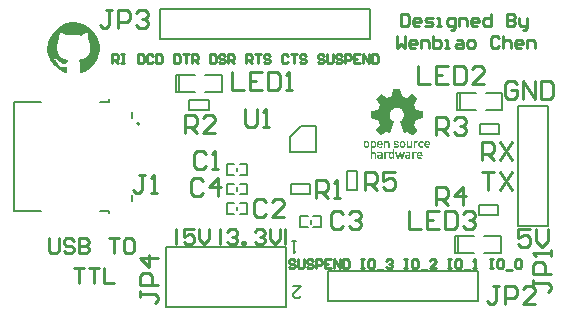
<source format=gto>
G04*
G04 #@! TF.GenerationSoftware,Altium Limited,Altium Designer,21.0.8 (223)*
G04*
G04 Layer_Color=65535*
%FSLAX42Y42*%
%MOMM*%
G71*
G04*
G04 #@! TF.SameCoordinates,3342F10C-20B5-45E4-B721-DC8BC5ABD3D0*
G04*
G04*
G04 #@! TF.FilePolarity,Positive*
G04*
G01*
G75*
%ADD10C,0.20*%
%ADD11C,0.20*%
%ADD12C,0.15*%
%ADD13C,0.13*%
%ADD14C,0.25*%
G36*
X119Y2467D02*
X122D01*
X126Y2466D01*
X131Y2466D01*
X137Y2465D01*
X149Y2462D01*
X163Y2459D01*
X179Y2453D01*
X195Y2447D01*
X204Y2442D01*
X213Y2438D01*
X221Y2432D01*
X230Y2426D01*
X239Y2420D01*
X247Y2413D01*
X256Y2405D01*
X265Y2397D01*
X274Y2388D01*
X282Y2378D01*
X289Y2367D01*
X297Y2356D01*
X305Y2343D01*
X311Y2330D01*
X318Y2316D01*
X324Y2300D01*
Y2300D01*
X324Y2299D01*
Y2298D01*
X325Y2296D01*
X326Y2291D01*
X328Y2284D01*
X329Y2275D01*
X330Y2267D01*
X330Y2257D01*
X331Y2248D01*
Y2241D01*
Y2240D01*
Y2239D01*
Y2237D01*
X330Y2234D01*
Y2231D01*
X330Y2227D01*
X329Y2222D01*
X329Y2218D01*
X326Y2205D01*
X323Y2192D01*
X318Y2177D01*
X311Y2161D01*
X303Y2144D01*
X298Y2135D01*
X293Y2126D01*
X287Y2118D01*
X280Y2109D01*
X273Y2101D01*
X265Y2092D01*
X257Y2084D01*
X247Y2076D01*
X238Y2067D01*
X227Y2060D01*
X215Y2053D01*
X203Y2046D01*
X190Y2039D01*
X175Y2033D01*
X168D01*
X164Y2041D01*
Y2107D01*
Y2108D01*
X163Y2109D01*
Y2111D01*
X163Y2113D01*
X162Y2118D01*
X161Y2125D01*
X159Y2132D01*
X158Y2138D01*
X157Y2144D01*
X157Y2147D01*
Y2148D01*
X158D01*
X161Y2149D01*
X165Y2150D01*
X171Y2151D01*
X178Y2154D01*
X185Y2156D01*
X193Y2160D01*
X202Y2163D01*
X210Y2168D01*
X217Y2174D01*
X225Y2180D01*
X232Y2187D01*
X238Y2196D01*
X242Y2205D01*
X245Y2215D01*
X246Y2226D01*
X246Y2227D01*
X247Y2227D01*
X248Y2229D01*
X249Y2232D01*
X249Y2236D01*
X250Y2241D01*
Y2248D01*
Y2263D01*
Y2264D01*
X249Y2267D01*
X247Y2270D01*
X246Y2275D01*
X245Y2280D01*
X243Y2287D01*
X240Y2294D01*
X239Y2303D01*
X234Y2320D01*
X231Y2339D01*
X228Y2357D01*
X227Y2366D01*
Y2375D01*
X217D01*
X215Y2374D01*
X209Y2374D01*
X203Y2372D01*
X195Y2369D01*
X186Y2365D01*
X177Y2360D01*
X168Y2352D01*
X167D01*
X166Y2353D01*
X164D01*
X162Y2353D01*
X158Y2354D01*
X155Y2354D01*
X146Y2356D01*
X136Y2358D01*
X125Y2359D01*
X115Y2359D01*
X104Y2360D01*
X102D01*
X98Y2359D01*
X92Y2359D01*
X84Y2358D01*
X80Y2357D01*
X75Y2357D01*
X69Y2356D01*
X63Y2355D01*
X56Y2353D01*
X49Y2352D01*
X48Y2353D01*
X45Y2356D01*
X40Y2359D01*
X34Y2364D01*
X26Y2368D01*
X17Y2371D01*
X7Y2374D01*
X-3Y2375D01*
X-11D01*
Y2374D01*
Y2372D01*
Y2370D01*
X-11Y2367D01*
Y2363D01*
X-12Y2357D01*
X-12Y2351D01*
X-13Y2345D01*
X-14Y2337D01*
X-16Y2328D01*
X-18Y2319D01*
X-20Y2309D01*
X-23Y2299D01*
X-25Y2287D01*
X-29Y2276D01*
X-33Y2263D01*
Y2248D01*
Y2248D01*
Y2245D01*
X-32Y2242D01*
X-32Y2237D01*
X-31Y2232D01*
X-30Y2226D01*
X-28Y2219D01*
X-26Y2211D01*
X-23Y2204D01*
X-19Y2196D01*
X-15Y2189D01*
X-10Y2181D01*
X-3Y2174D01*
X4Y2167D01*
X13Y2161D01*
X23Y2155D01*
X24D01*
X26Y2155D01*
X30Y2154D01*
X35Y2153D01*
X42Y2151D01*
X47Y2149D01*
X52Y2148D01*
X58Y2147D01*
X64Y2144D01*
Y2144D01*
X63Y2143D01*
X62Y2141D01*
X62Y2139D01*
X59Y2134D01*
X56Y2128D01*
X52Y2121D01*
X46Y2117D01*
X42Y2114D01*
X38Y2113D01*
X35Y2112D01*
X30Y2111D01*
X29D01*
X28Y2112D01*
X25D01*
X20Y2113D01*
X12Y2117D01*
X8Y2119D01*
X3Y2122D01*
X-2Y2125D01*
X-8Y2130D01*
X-13Y2135D01*
X-20Y2141D01*
X-26Y2148D01*
X-33Y2155D01*
X-52Y2159D01*
X-55Y2152D01*
Y2148D01*
X-54D01*
X-52Y2148D01*
X-49Y2145D01*
X-47Y2144D01*
X-44Y2142D01*
X-42Y2139D01*
X-38Y2136D01*
X-35Y2131D01*
X-31Y2126D01*
X-26Y2120D01*
X-22Y2113D01*
X-16Y2106D01*
X-11Y2096D01*
X-10Y2096D01*
X-7Y2094D01*
X-3Y2091D01*
X3Y2089D01*
X10Y2086D01*
X17Y2083D01*
X25Y2082D01*
X34Y2081D01*
X35D01*
X35Y2082D01*
X38Y2083D01*
X43Y2084D01*
X49Y2085D01*
X53Y2077D01*
Y2041D01*
Y2040D01*
Y2040D01*
X52Y2037D01*
X50Y2035D01*
X48Y2034D01*
X46Y2034D01*
X42Y2033D01*
X41D01*
X40Y2034D01*
X38Y2035D01*
X35Y2036D01*
X31Y2038D01*
X28Y2040D01*
X23Y2042D01*
X17Y2045D01*
X6Y2052D01*
X-7Y2060D01*
X-22Y2071D01*
X-36Y2083D01*
X-51Y2096D01*
X-65Y2112D01*
X-78Y2129D01*
X-90Y2147D01*
X-95Y2157D01*
X-100Y2168D01*
X-104Y2179D01*
X-108Y2190D01*
X-110Y2202D01*
X-113Y2215D01*
X-114Y2228D01*
X-114Y2241D01*
Y2248D01*
Y2249D01*
Y2250D01*
Y2252D01*
X-114Y2255D01*
Y2258D01*
X-113Y2262D01*
X-113Y2267D01*
X-112Y2273D01*
X-109Y2285D01*
X-106Y2299D01*
X-100Y2315D01*
X-94Y2331D01*
X-89Y2340D01*
X-85Y2348D01*
X-79Y2357D01*
X-73Y2366D01*
X-67Y2375D01*
X-60Y2384D01*
X-52Y2393D01*
X-44Y2401D01*
X-35Y2410D01*
X-25Y2418D01*
X-14Y2426D01*
X-2Y2433D01*
X10Y2441D01*
X23Y2447D01*
X37Y2454D01*
X53Y2460D01*
X53D01*
X54Y2460D01*
X55D01*
X58Y2461D01*
X62Y2462D01*
X70Y2464D01*
X78Y2465D01*
X86Y2466D01*
X95Y2467D01*
X104Y2467D01*
X116D01*
X119Y2467D01*
D02*
G37*
G36*
X2875Y1897D02*
Y1896D01*
X2886Y1841D01*
Y1840D01*
X2887Y1838D01*
X2888Y1837D01*
X2925Y1822D01*
X2929D01*
X2976Y1855D01*
X2977D01*
X2979Y1854D01*
X3019Y1816D01*
Y1814D01*
Y1813D01*
Y1812D01*
Y1811D01*
X2987Y1765D01*
Y1763D01*
Y1762D01*
Y1761D01*
X3004Y1723D01*
Y1722D01*
X3005Y1721D01*
X3007D01*
X3060Y1711D01*
X3062D01*
X3063Y1710D01*
Y1709D01*
Y1653D01*
Y1652D01*
X3062Y1651D01*
X3060D01*
X3008Y1640D01*
X3007D01*
X3006Y1639D01*
X3005Y1638D01*
X2989Y1596D01*
Y1595D01*
Y1594D01*
Y1593D01*
Y1592D01*
X3019Y1549D01*
Y1547D01*
Y1546D01*
X2979Y1507D01*
X2978Y1506D01*
X2977D01*
X2976Y1507D01*
X2933Y1535D01*
X2929D01*
X2911Y1525D01*
X2909D01*
X2908Y1526D01*
X2869Y1620D01*
Y1621D01*
X2870Y1625D01*
X2875Y1627D01*
X2876Y1628D01*
X2877Y1629D01*
X2879Y1630D01*
X2882Y1632D01*
X2886Y1637D01*
X2892Y1642D01*
X2897Y1649D01*
X2901Y1657D01*
X2905Y1667D01*
X2906Y1679D01*
Y1680D01*
Y1683D01*
X2905Y1688D01*
X2904Y1694D01*
X2901Y1701D01*
X2898Y1709D01*
X2894Y1716D01*
X2888Y1723D01*
X2887Y1724D01*
X2885Y1726D01*
X2882Y1728D01*
X2876Y1733D01*
X2870Y1736D01*
X2862Y1738D01*
X2855Y1740D01*
X2845Y1741D01*
X2840D01*
X2836Y1740D01*
X2829Y1739D01*
X2823Y1737D01*
X2815Y1734D01*
X2809Y1729D01*
X2801Y1723D01*
X2800Y1722D01*
X2799Y1719D01*
X2796Y1716D01*
X2792Y1711D01*
X2789Y1704D01*
X2787Y1697D01*
X2785Y1689D01*
X2784Y1679D01*
Y1678D01*
Y1674D01*
X2785Y1668D01*
X2787Y1661D01*
X2790Y1653D01*
X2796Y1644D01*
X2802Y1637D01*
X2812Y1629D01*
Y1628D01*
X2813Y1627D01*
X2814D01*
X2820Y1625D01*
X2821Y1623D01*
Y1620D01*
X2783Y1526D01*
X2781D01*
X2778Y1525D01*
X2760Y1535D01*
X2756D01*
X2714Y1507D01*
X2713Y1506D01*
X2712D01*
X2711Y1507D01*
X2670Y1546D01*
Y1547D01*
Y1548D01*
Y1549D01*
X2701Y1592D01*
Y1593D01*
Y1594D01*
Y1595D01*
Y1596D01*
X2683Y1638D01*
Y1639D01*
X2681Y1640D01*
X2630Y1651D01*
X2629D01*
X2628Y1652D01*
X2627Y1653D01*
Y1709D01*
Y1710D01*
X2628Y1711D01*
X2630D01*
X2682Y1721D01*
X2683D01*
X2687Y1723D01*
X2702Y1761D01*
Y1762D01*
Y1763D01*
Y1764D01*
Y1765D01*
X2670Y1811D01*
Y1812D01*
Y1813D01*
Y1814D01*
Y1816D01*
X2711Y1854D01*
X2712Y1855D01*
X2714D01*
X2760Y1822D01*
X2764D01*
X2801Y1837D01*
X2802D01*
X2803Y1838D01*
Y1841D01*
X2814Y1896D01*
Y1897D01*
X2815Y1898D01*
X2874D01*
X2875Y1897D01*
D02*
G37*
G36*
X3024Y1459D02*
X3028Y1457D01*
X3019Y1446D01*
X3018Y1447D01*
X3017Y1448D01*
X3015Y1449D01*
X3013Y1450D01*
X3011D01*
X3007Y1449D01*
X3003Y1444D01*
X3002Y1441D01*
X3001Y1437D01*
Y1402D01*
X2989D01*
Y1461D01*
X3001D01*
Y1454D01*
X3002Y1455D01*
X3004Y1458D01*
X3010Y1460D01*
X3016Y1461D01*
X3019D01*
X3024Y1459D01*
D02*
G37*
G36*
X2773D02*
X2776Y1455D01*
X2779Y1452D01*
X2781Y1447D01*
X2783Y1440D01*
Y1402D01*
X2771D01*
Y1437D01*
Y1438D01*
Y1439D01*
X2769Y1443D01*
X2765Y1448D01*
X2763Y1450D01*
X2756D01*
X2753Y1449D01*
X2749Y1444D01*
X2748Y1441D01*
X2747Y1437D01*
Y1402D01*
X2735D01*
Y1461D01*
X2747D01*
Y1454D01*
X2748Y1455D01*
X2751Y1458D01*
X2755Y1460D01*
X2763Y1461D01*
X2766D01*
X2773Y1459D01*
D02*
G37*
G36*
X2655Y1460D02*
X2660Y1459D01*
X2666Y1454D01*
X2667Y1453D01*
X2668Y1449D01*
X2669Y1442D01*
Y1431D01*
Y1430D01*
Y1429D01*
Y1423D01*
X2668Y1415D01*
X2666Y1408D01*
X2665Y1407D01*
X2660Y1405D01*
X2655Y1402D01*
X2649Y1401D01*
X2648D01*
X2645Y1402D01*
X2640Y1404D01*
X2633Y1407D01*
Y1362D01*
X2634Y1363D01*
X2637Y1365D01*
X2642Y1367D01*
X2649Y1368D01*
X2653D01*
X2659Y1366D01*
X2663Y1364D01*
X2666Y1359D01*
X2668Y1355D01*
X2669Y1348D01*
Y1310D01*
X2657D01*
Y1344D01*
Y1345D01*
Y1346D01*
X2656Y1351D01*
X2652Y1355D01*
X2649Y1357D01*
X2643D01*
X2640Y1356D01*
X2635Y1352D01*
X2634Y1348D01*
X2633Y1344D01*
Y1310D01*
X2623D01*
Y1461D01*
X2633D01*
Y1454D01*
X2634Y1455D01*
X2639Y1458D01*
X2643Y1460D01*
X2649Y1461D01*
X2651D01*
X2655Y1460D01*
D02*
G37*
G36*
X2848D02*
X2855Y1458D01*
X2862Y1452D01*
X2856Y1444D01*
X2853Y1446D01*
X2849Y1448D01*
X2844Y1449D01*
X2839Y1450D01*
X2837D01*
X2834Y1449D01*
X2831Y1448D01*
X2828Y1443D01*
Y1442D01*
X2829Y1441D01*
X2832Y1439D01*
X2837Y1438D01*
X2847Y1437D01*
X2850D01*
X2856Y1434D01*
X2862Y1428D01*
X2863Y1425D01*
X2864Y1419D01*
Y1418D01*
Y1416D01*
X2863Y1414D01*
X2861Y1411D01*
X2858Y1406D01*
X2853Y1404D01*
X2848Y1402D01*
X2839Y1401D01*
X2837D01*
X2831Y1402D01*
X2823Y1405D01*
X2814Y1412D01*
X2822Y1419D01*
X2823Y1418D01*
X2827Y1416D01*
X2834Y1413D01*
X2840Y1412D01*
X2843D01*
X2847Y1413D01*
X2850Y1415D01*
X2852Y1417D01*
Y1419D01*
Y1420D01*
X2851Y1422D01*
X2849Y1424D01*
X2845Y1426D01*
X2833D01*
X2832Y1427D01*
X2826Y1429D01*
X2821Y1435D01*
X2820Y1438D01*
X2819Y1443D01*
Y1444D01*
Y1447D01*
X2821Y1452D01*
X2824Y1455D01*
X2827Y1459D01*
X2833Y1460D01*
X2839Y1461D01*
X2841D01*
X2848Y1460D01*
D02*
G37*
G36*
X3061D02*
X3067Y1457D01*
X3074Y1451D01*
X3065Y1443D01*
X3064Y1444D01*
X3062Y1447D01*
X3059Y1449D01*
X3053Y1450D01*
X3051D01*
X3047Y1448D01*
X3043Y1446D01*
X3041Y1442D01*
X3040Y1438D01*
X3039Y1431D01*
Y1430D01*
Y1428D01*
X3041Y1423D01*
X3046Y1416D01*
X3049Y1414D01*
X3053Y1413D01*
X3054D01*
X3058Y1414D01*
X3061Y1416D01*
X3065Y1419D01*
X3074Y1412D01*
X3073Y1410D01*
X3068Y1406D01*
X3062Y1403D01*
X3053Y1401D01*
X3049D01*
X3044Y1403D01*
X3040Y1405D01*
X3036Y1408D01*
X3031Y1414D01*
X3028Y1422D01*
X3027Y1431D01*
Y1432D01*
Y1436D01*
X3028Y1441D01*
X3030Y1447D01*
X3034Y1451D01*
X3038Y1457D01*
X3044Y1460D01*
X3053Y1461D01*
X3055D01*
X3061Y1460D01*
D02*
G37*
G36*
X2976Y1402D02*
X2964D01*
Y1407D01*
X2963Y1406D01*
X2959Y1404D01*
X2955Y1402D01*
X2949Y1401D01*
X2946D01*
X2940Y1403D01*
X2935Y1405D01*
X2932Y1410D01*
X2930Y1414D01*
X2929Y1420D01*
Y1461D01*
X2941D01*
Y1426D01*
Y1424D01*
X2942Y1419D01*
X2946Y1415D01*
X2948Y1414D01*
X2953Y1413D01*
X2955D01*
X2958Y1415D01*
X2961Y1418D01*
X2964Y1422D01*
Y1426D01*
Y1461D01*
X2976D01*
Y1402D01*
D02*
G37*
G36*
X3109Y1460D02*
X3114Y1458D01*
X3119Y1455D01*
X3122Y1451D01*
X3125Y1444D01*
X3126Y1437D01*
Y1426D01*
X3089D01*
Y1425D01*
Y1424D01*
X3091Y1419D01*
X3096Y1414D01*
X3099Y1413D01*
X3103Y1412D01*
X3104D01*
X3108Y1413D01*
X3112Y1415D01*
X3115Y1418D01*
X3124Y1411D01*
X3123Y1410D01*
X3119Y1406D01*
X3112Y1402D01*
X3103Y1401D01*
X3099D01*
X3095Y1403D01*
X3090Y1405D01*
X3086Y1408D01*
X3082Y1414D01*
X3078Y1422D01*
X3077Y1431D01*
Y1432D01*
Y1436D01*
X3078Y1441D01*
X3080Y1447D01*
X3083Y1451D01*
X3087Y1457D01*
X3094Y1460D01*
X3101Y1461D01*
X3106D01*
X3109Y1460D01*
D02*
G37*
G36*
X2901D02*
X2907Y1459D01*
X2912Y1454D01*
X2913Y1453D01*
X2916Y1449D01*
X2918Y1442D01*
X2919Y1431D01*
Y1430D01*
Y1429D01*
X2918Y1423D01*
X2917Y1415D01*
X2912Y1408D01*
X2911Y1407D01*
X2908Y1405D01*
X2903Y1402D01*
X2895Y1401D01*
X2893D01*
X2888Y1402D01*
X2883Y1404D01*
X2876Y1408D01*
X2875Y1410D01*
X2874Y1414D01*
X2872Y1422D01*
X2871Y1431D01*
Y1432D01*
Y1434D01*
X2872Y1440D01*
X2873Y1448D01*
X2876Y1454D01*
X2877Y1455D01*
X2881Y1458D01*
X2887Y1460D01*
X2895Y1461D01*
X2897D01*
X2901Y1460D01*
D02*
G37*
G36*
X2708D02*
X2714Y1458D01*
X2718Y1455D01*
X2721Y1451D01*
X2725Y1444D01*
X2726Y1437D01*
Y1426D01*
X2689D01*
Y1425D01*
Y1424D01*
X2691Y1419D01*
X2694Y1414D01*
X2697Y1413D01*
X2702Y1412D01*
X2703D01*
X2707Y1413D01*
X2711Y1415D01*
X2715Y1418D01*
X2725Y1411D01*
X2723Y1410D01*
X2718Y1406D01*
X2712Y1402D01*
X2703Y1401D01*
X2699D01*
X2694Y1403D01*
X2690Y1405D01*
X2685Y1408D01*
X2681Y1414D01*
X2678Y1422D01*
X2677Y1431D01*
Y1432D01*
Y1436D01*
X2678Y1441D01*
X2680Y1447D01*
X2682Y1451D01*
X2687Y1457D01*
X2693Y1460D01*
X2701Y1461D01*
X2705D01*
X2708Y1460D01*
D02*
G37*
G36*
X2596D02*
X2601Y1459D01*
X2606Y1454D01*
X2607Y1453D01*
X2609Y1449D01*
X2611Y1442D01*
X2612Y1431D01*
Y1430D01*
Y1429D01*
X2611Y1423D01*
X2610Y1415D01*
X2606Y1408D01*
X2605Y1407D01*
X2601Y1405D01*
X2596Y1402D01*
X2588Y1401D01*
X2586D01*
X2582Y1402D01*
X2576Y1404D01*
X2570Y1408D01*
X2569Y1410D01*
X2568Y1415D01*
X2566Y1422D01*
X2565Y1431D01*
Y1432D01*
Y1434D01*
X2566Y1440D01*
X2568Y1447D01*
X2570Y1454D01*
X2571Y1455D01*
X2574Y1458D01*
X2581Y1460D01*
X2588Y1461D01*
X2590D01*
X2596Y1460D01*
D02*
G37*
G36*
X3010Y1366D02*
X3014Y1364D01*
X3004Y1354D01*
Y1355D01*
X3002Y1356D01*
X3000Y1357D01*
X2994D01*
X2991Y1356D01*
X2988Y1352D01*
X2986Y1348D01*
Y1344D01*
Y1310D01*
X2974D01*
Y1368D01*
X2986D01*
Y1362D01*
X2987Y1363D01*
X2990Y1365D01*
X2994Y1367D01*
X3002Y1368D01*
X3005D01*
X3010Y1366D01*
D02*
G37*
G36*
X2824Y1310D02*
X2812D01*
Y1315D01*
X2811Y1314D01*
X2808Y1311D01*
X2803Y1309D01*
X2797Y1308D01*
X2796D01*
X2791Y1309D01*
X2786Y1311D01*
X2781Y1317D01*
X2780Y1318D01*
X2779Y1321D01*
X2778Y1323D01*
Y1328D01*
X2777Y1332D01*
Y1339D01*
Y1340D01*
Y1342D01*
X2778Y1348D01*
X2779Y1356D01*
X2780Y1359D01*
X2781Y1362D01*
X2783Y1363D01*
X2785Y1365D01*
X2790Y1367D01*
X2797Y1368D01*
X2798D01*
X2802Y1367D01*
X2807Y1366D01*
X2812Y1362D01*
Y1392D01*
X2824D01*
Y1310D01*
D02*
G37*
G36*
X2773Y1366D02*
X2777Y1364D01*
X2768Y1354D01*
X2767Y1355D01*
X2766Y1356D01*
X2763Y1357D01*
X2759D01*
X2755Y1356D01*
X2751Y1352D01*
X2750Y1348D01*
Y1344D01*
Y1310D01*
X2738D01*
Y1368D01*
X2750D01*
Y1362D01*
X2751Y1363D01*
X2753Y1365D01*
X2757Y1367D01*
X2764Y1368D01*
X2768D01*
X2773Y1366D01*
D02*
G37*
G36*
X2895Y1310D02*
X2884D01*
X2871Y1351D01*
X2859Y1310D01*
X2849D01*
X2831Y1368D01*
X2843D01*
X2853Y1327D01*
X2868Y1368D01*
X2876D01*
X2889Y1327D01*
X2900Y1368D01*
X2913D01*
X2895Y1310D01*
D02*
G37*
G36*
X2949Y1366D02*
X2953Y1364D01*
X2957Y1360D01*
X2959Y1356D01*
X2960Y1350D01*
Y1310D01*
X2949D01*
Y1315D01*
X2948Y1314D01*
X2946Y1311D01*
X2941Y1309D01*
X2934Y1308D01*
X2931D01*
X2924Y1310D01*
X2920Y1312D01*
X2917Y1316D01*
X2915Y1320D01*
X2913Y1327D01*
Y1328D01*
Y1330D01*
X2916Y1335D01*
X2918Y1339D01*
X2922Y1342D01*
X2927Y1343D01*
X2933Y1344D01*
X2949D01*
Y1350D01*
Y1351D01*
X2948Y1354D01*
X2944Y1356D01*
X2942Y1357D01*
X2933D01*
X2929Y1356D01*
X2927Y1354D01*
X2918Y1360D01*
X2919Y1362D01*
X2922Y1365D01*
X2928Y1367D01*
X2937Y1368D01*
X2941D01*
X2949Y1366D01*
D02*
G37*
G36*
X2707Y1367D02*
X2713Y1366D01*
X2717Y1364D01*
X2720Y1360D01*
X2724Y1356D01*
X2725Y1350D01*
Y1310D01*
X2713D01*
Y1315D01*
X2712Y1314D01*
X2709Y1311D01*
X2705Y1309D01*
X2699Y1308D01*
X2695D01*
X2688Y1310D01*
X2683Y1312D01*
X2680Y1316D01*
X2678Y1320D01*
X2677Y1327D01*
Y1328D01*
Y1330D01*
X2679Y1335D01*
X2681Y1339D01*
X2685Y1342D01*
X2690Y1343D01*
X2696Y1344D01*
X2713D01*
Y1350D01*
Y1351D01*
X2712Y1354D01*
X2707Y1356D01*
X2705Y1357D01*
X2696D01*
X2692Y1356D01*
X2689Y1354D01*
X2680Y1360D01*
X2681Y1362D01*
X2685Y1365D01*
X2691Y1367D01*
X2700Y1368D01*
X2704D01*
X2707Y1367D01*
D02*
G37*
G36*
X3046D02*
X3051Y1365D01*
X3055Y1363D01*
X3059Y1358D01*
X3062Y1352D01*
X3063Y1344D01*
Y1333D01*
X3026D01*
Y1332D01*
Y1331D01*
X3028Y1327D01*
X3031Y1321D01*
X3035Y1320D01*
X3039Y1319D01*
X3040D01*
X3044Y1320D01*
X3048Y1322D01*
X3052Y1326D01*
X3061Y1318D01*
X3060Y1317D01*
X3055Y1314D01*
X3049Y1309D01*
X3040Y1308D01*
X3036D01*
X3031Y1310D01*
X3027Y1312D01*
X3023Y1316D01*
X3018Y1321D01*
X3015Y1329D01*
X3014Y1339D01*
Y1340D01*
Y1343D01*
X3015Y1348D01*
X3017Y1354D01*
X3019Y1358D01*
X3024Y1364D01*
X3030Y1367D01*
X3038Y1368D01*
X3042D01*
X3046Y1367D01*
D02*
G37*
%LPC*%
G36*
X2645Y1450D02*
X2643D01*
X2640Y1448D01*
X2637Y1446D01*
X2635Y1442D01*
X2634Y1438D01*
X2633Y1431D01*
Y1430D01*
Y1428D01*
X2634Y1423D01*
X2639Y1416D01*
X2641Y1414D01*
X2645Y1413D01*
X2647D01*
X2652Y1415D01*
X2654Y1417D01*
X2655Y1420D01*
X2657Y1425D01*
Y1431D01*
Y1432D01*
Y1435D01*
X2656Y1441D01*
X2652Y1447D01*
X2649Y1449D01*
X2645Y1450D01*
D02*
G37*
G36*
X3104D02*
X3099D01*
X3096Y1449D01*
X3091Y1444D01*
X3090Y1441D01*
X3089Y1437D01*
X3114D01*
Y1438D01*
Y1439D01*
X3112Y1443D01*
X3108Y1448D01*
X3104Y1450D01*
D02*
G37*
G36*
X2895D02*
X2894D01*
X2892Y1449D01*
X2888Y1448D01*
X2886Y1444D01*
X2885Y1442D01*
X2884Y1438D01*
X2883Y1431D01*
Y1429D01*
Y1426D01*
X2884Y1420D01*
X2886Y1417D01*
Y1416D01*
X2887Y1415D01*
X2891Y1414D01*
X2895Y1413D01*
X2896D01*
X2898Y1414D01*
X2901Y1415D01*
X2904Y1417D01*
X2905Y1418D01*
X2906Y1420D01*
X2907Y1425D01*
Y1431D01*
Y1434D01*
Y1437D01*
X2906Y1441D01*
X2904Y1444D01*
Y1446D01*
X2901Y1448D01*
X2899Y1449D01*
X2895Y1450D01*
D02*
G37*
G36*
X2704D02*
X2699D01*
X2695Y1449D01*
X2691Y1444D01*
X2690Y1441D01*
X2689Y1437D01*
X2714D01*
Y1438D01*
Y1439D01*
X2712Y1443D01*
X2707Y1448D01*
X2704Y1450D01*
D02*
G37*
G36*
X2588D02*
X2587D01*
X2585Y1449D01*
X2582Y1448D01*
X2580Y1444D01*
X2578Y1443D01*
X2577Y1441D01*
X2576Y1437D01*
X2575Y1431D01*
Y1430D01*
X2576Y1426D01*
X2577Y1422D01*
X2580Y1417D01*
Y1416D01*
X2581Y1415D01*
X2584Y1414D01*
X2588Y1413D01*
X2589D01*
X2593Y1414D01*
X2596Y1415D01*
X2598Y1417D01*
Y1418D01*
X2599Y1420D01*
X2600Y1425D01*
Y1431D01*
Y1434D01*
Y1437D01*
X2599Y1441D01*
X2598Y1444D01*
X2597Y1446D01*
X2596Y1448D01*
X2593Y1449D01*
X2588Y1450D01*
D02*
G37*
G36*
X2801Y1357D02*
X2799D01*
X2796Y1355D01*
X2793Y1353D01*
X2791Y1350D01*
X2790Y1345D01*
X2789Y1339D01*
Y1338D01*
Y1335D01*
X2790Y1330D01*
X2795Y1323D01*
X2797Y1321D01*
X2801Y1320D01*
X2803D01*
X2807Y1322D01*
X2809Y1324D01*
X2810Y1328D01*
X2812Y1332D01*
Y1339D01*
Y1340D01*
Y1342D01*
X2811Y1348D01*
X2808Y1354D01*
X2804Y1356D01*
X2801Y1357D01*
D02*
G37*
G36*
X2949Y1333D02*
X2934D01*
X2931Y1332D01*
X2927Y1331D01*
X2925Y1327D01*
Y1326D01*
X2927Y1323D01*
X2930Y1320D01*
X2935Y1319D01*
X2937D01*
X2943Y1320D01*
X2947Y1323D01*
X2948Y1327D01*
X2949Y1330D01*
Y1333D01*
D02*
G37*
G36*
X2713D02*
X2697D01*
X2694Y1332D01*
X2690Y1331D01*
X2689Y1327D01*
Y1326D01*
X2690Y1323D01*
X2693Y1320D01*
X2700Y1319D01*
X2702D01*
X2706Y1320D01*
X2711Y1323D01*
X2713Y1327D01*
Y1330D01*
Y1333D01*
D02*
G37*
G36*
X3041Y1357D02*
X3036D01*
X3032Y1356D01*
X3028Y1352D01*
X3027Y1348D01*
X3026Y1344D01*
X3051D01*
Y1345D01*
Y1346D01*
X3049Y1351D01*
X3044Y1355D01*
X3041Y1357D01*
D02*
G37*
%LPD*%
D10*
X666Y1605D02*
G03*
X666Y1605I-10J0D01*
G01*
X3531Y102D02*
Y356D01*
X2261Y102D02*
X3531D01*
X2261Y356D02*
X3531D01*
X2261Y102D02*
Y356D01*
X889Y559D02*
X1630D01*
X1143D02*
X1905D01*
X889Y51D02*
X1905D01*
Y559D01*
X889Y51D02*
Y559D01*
X3874Y737D02*
X4128D01*
X3874D02*
Y1753D01*
X4128Y737D02*
Y1753D01*
X3874D02*
X4128D01*
X2616Y2324D02*
Y2578D01*
X838Y2324D02*
X2616D01*
X838Y2578D02*
X2616D01*
X838Y2324D02*
Y2578D01*
X1941Y1364D02*
Y1493D01*
Y1364D02*
X2159D01*
Y1582D01*
X2030D02*
X2159D01*
X1941Y1493D02*
X2030Y1582D01*
D11*
X3586Y512D02*
X3721D01*
X3724D01*
Y650D01*
Y655D01*
X3586D02*
X3724D01*
X3363Y512D02*
X3500D01*
X3363Y518D02*
Y655D01*
X3365D02*
X3500D01*
X3338Y512D02*
X3363D01*
X3338D02*
Y655D01*
X3363D01*
X975Y2014D02*
X1001D01*
X975Y1872D02*
Y2014D01*
Y1872D02*
X1001D01*
X1003Y2014D02*
X1138D01*
X1001Y1877D02*
Y2014D01*
Y1872D02*
X1138D01*
X1224Y2014D02*
X1361D01*
Y2009D02*
Y2014D01*
Y1872D02*
Y2009D01*
X1359Y1872D02*
X1361D01*
X1224D02*
X1359D01*
X3599Y1720D02*
X3734D01*
X3736D01*
Y1857D01*
Y1862D01*
X3599D02*
X3736D01*
X3376Y1720D02*
X3513D01*
X3376Y1725D02*
Y1862D01*
X3378D02*
X3513D01*
X3350Y1720D02*
X3376D01*
X3350D02*
Y1862D01*
X3376D01*
X1994Y610D02*
X1960D01*
X1977D01*
Y508D01*
X1994Y525D01*
X1964Y229D02*
X2032D01*
X1964Y161D01*
Y144D01*
X1981Y127D01*
X2015D01*
X2032Y144D01*
D12*
X1493Y1204D02*
Y1234D01*
X1408Y1174D02*
Y1264D01*
X1578D02*
X1578Y1264D01*
Y1174D02*
Y1264D01*
X1518Y1174D02*
X1578D01*
X1408D02*
X1467D01*
X1518Y1264D02*
X1578D01*
X1408D02*
X1467D01*
X2419Y1043D02*
X2509D01*
X2419Y1208D02*
X2509D01*
X2419Y1043D02*
Y1208D01*
X2509Y1043D02*
Y1208D01*
X3539Y921D02*
X3704D01*
X3539Y831D02*
X3704D01*
X3539D02*
Y921D01*
X3704Y831D02*
Y921D01*
X2139Y730D02*
X2199D01*
X2029D02*
X2089D01*
X2139Y820D02*
X2199D01*
X2029D02*
X2089D01*
X2029Y730D02*
Y820D01*
Y730D02*
X2029Y730D01*
X2199D02*
Y820D01*
X2114Y759D02*
Y790D01*
X1947Y1009D02*
X2112D01*
X1947Y1099D02*
X2112D01*
Y1009D02*
Y1099D01*
X1947Y1009D02*
Y1099D01*
X1407Y934D02*
X1466D01*
X1517D02*
X1577D01*
X1407Y844D02*
X1466D01*
X1517D02*
X1577D01*
Y934D01*
X1577Y934D02*
X1577Y934D01*
X1407Y844D02*
Y934D01*
X1492Y874D02*
Y904D01*
X1407Y1099D02*
X1466D01*
X1517D02*
X1577D01*
X1407Y1009D02*
X1466D01*
X1517D02*
X1577D01*
Y1099D01*
X1577Y1099D02*
X1577Y1099D01*
X1407Y1009D02*
Y1099D01*
X1492Y1039D02*
Y1069D01*
X1088Y1810D02*
X1253D01*
X1088Y1720D02*
X1253D01*
X1088D02*
Y1810D01*
X1253Y1720D02*
Y1810D01*
X3545Y1607D02*
X3710D01*
X3545Y1517D02*
X3710D01*
X3545D02*
Y1607D01*
X3710Y1517D02*
Y1607D01*
D13*
X-394Y1790D02*
X-169D01*
X-394Y870D02*
Y1790D01*
Y870D02*
X-169D01*
X331Y1790D02*
X406D01*
Y1812D01*
X331Y870D02*
X406D01*
Y847D02*
Y870D01*
X606Y955D02*
Y1005D01*
Y1655D02*
Y1705D01*
D14*
X1981Y444D02*
X1968Y457D01*
X1943D01*
X1930Y444D01*
Y432D01*
X1943Y419D01*
X1968D01*
X1981Y406D01*
Y394D01*
X1968Y381D01*
X1943D01*
X1930Y394D01*
X2007Y457D02*
Y394D01*
X2019Y381D01*
X2045D01*
X2057Y394D01*
Y457D01*
X2134Y444D02*
X2121Y457D01*
X2095D01*
X2083Y444D01*
Y432D01*
X2095Y419D01*
X2121D01*
X2134Y406D01*
Y394D01*
X2121Y381D01*
X2095D01*
X2083Y394D01*
X2159Y381D02*
Y457D01*
X2197D01*
X2210Y444D01*
Y419D01*
X2197Y406D01*
X2159D01*
X2286Y457D02*
X2235D01*
Y381D01*
X2286D01*
X2235Y419D02*
X2260D01*
X2311Y381D02*
Y457D01*
X2362Y381D01*
Y457D01*
X2387D02*
Y381D01*
X2426D01*
X2438Y394D01*
Y444D01*
X2426Y457D01*
X2387D01*
X2540D02*
X2565D01*
X2552D01*
Y381D01*
X2540D01*
X2565D01*
X2641Y457D02*
X2616D01*
X2603Y444D01*
Y394D01*
X2616Y381D01*
X2641D01*
X2654Y394D01*
Y444D01*
X2641Y457D01*
X2679Y368D02*
X2730D01*
X2756Y444D02*
X2768Y457D01*
X2794D01*
X2806Y444D01*
Y432D01*
X2794Y419D01*
X2781D01*
X2794D01*
X2806Y406D01*
Y394D01*
X2794Y381D01*
X2768D01*
X2756Y394D01*
X2908Y457D02*
X2933D01*
X2921D01*
Y381D01*
X2908D01*
X2933D01*
X3010Y457D02*
X2984D01*
X2971Y444D01*
Y394D01*
X2984Y381D01*
X3010D01*
X3022Y394D01*
Y444D01*
X3010Y457D01*
X3048Y368D02*
X3098D01*
X3175Y381D02*
X3124D01*
X3175Y432D01*
Y444D01*
X3162Y457D01*
X3137D01*
X3124Y444D01*
X3276Y457D02*
X3302D01*
X3289D01*
Y381D01*
X3276D01*
X3302D01*
X3378Y457D02*
X3352D01*
X3340Y444D01*
Y394D01*
X3352Y381D01*
X3378D01*
X3390Y394D01*
Y444D01*
X3378Y457D01*
X3416Y368D02*
X3467D01*
X3492Y381D02*
X3517D01*
X3505D01*
Y457D01*
X3492Y444D01*
X3632Y457D02*
X3657D01*
X3644D01*
Y381D01*
X3632D01*
X3657D01*
X3733Y457D02*
X3708D01*
X3695Y444D01*
Y394D01*
X3708Y381D01*
X3733D01*
X3746Y394D01*
Y444D01*
X3733Y457D01*
X3771Y368D02*
X3822D01*
X3847Y444D02*
X3860Y457D01*
X3886D01*
X3898Y444D01*
Y394D01*
X3886Y381D01*
X3860D01*
X3847Y394D01*
Y444D01*
X3569Y1194D02*
X3670D01*
X3619D01*
Y1041D01*
X3721Y1194D02*
X3823Y1041D01*
Y1194D02*
X3721Y1041D01*
X3569Y1295D02*
Y1448D01*
X3645D01*
X3670Y1422D01*
Y1372D01*
X3645Y1346D01*
X3569D01*
X3619D02*
X3670Y1295D01*
X3721Y1448D02*
X3823Y1295D01*
Y1448D02*
X3721Y1295D01*
X3863Y1941D02*
X3838Y1966D01*
X3787D01*
X3762Y1941D01*
Y1839D01*
X3787Y1814D01*
X3838D01*
X3863Y1839D01*
Y1890D01*
X3813D01*
X3914Y1814D02*
Y1966D01*
X4016Y1814D01*
Y1966D01*
X4066D02*
Y1814D01*
X4143D01*
X4168Y1839D01*
Y1941D01*
X4143Y1966D01*
X4066D01*
X3975Y711D02*
X3874D01*
Y635D01*
X3924Y660D01*
X3950D01*
X3975Y635D01*
Y584D01*
X3950Y559D01*
X3899D01*
X3874Y584D01*
X4026Y711D02*
Y610D01*
X4077Y559D01*
X4127Y610D01*
Y711D01*
X1346Y711D02*
Y584D01*
X114Y381D02*
X199D01*
X157D01*
Y254D01*
X241Y381D02*
X326D01*
X284D01*
Y254D01*
X368Y381D02*
Y254D01*
X453D01*
X-102Y635D02*
Y529D01*
X-80Y508D01*
X-38D01*
X-17Y529D01*
Y635D01*
X110Y614D02*
X89Y635D01*
X47D01*
X25Y614D01*
Y593D01*
X47Y571D01*
X89D01*
X110Y550D01*
Y529D01*
X89Y508D01*
X47D01*
X25Y529D01*
X152Y635D02*
Y508D01*
X216D01*
X237Y529D01*
Y550D01*
X216Y571D01*
X152D01*
X216D01*
X237Y593D01*
Y614D01*
X216Y635D01*
X152D01*
X406D02*
X491D01*
X449D01*
Y508D01*
X597Y635D02*
X554D01*
X533Y614D01*
Y529D01*
X554Y508D01*
X597D01*
X618Y529D01*
Y614D01*
X597Y635D01*
X2845Y2349D02*
Y2248D01*
X2879Y2282D01*
X2913Y2248D01*
Y2349D01*
X2997Y2248D02*
X2963D01*
X2946Y2265D01*
Y2299D01*
X2963Y2316D01*
X2997D01*
X3014Y2299D01*
Y2282D01*
X2946D01*
X3048Y2248D02*
Y2316D01*
X3099D01*
X3116Y2299D01*
Y2248D01*
X3150Y2349D02*
Y2248D01*
X3200D01*
X3217Y2265D01*
Y2282D01*
Y2299D01*
X3200Y2316D01*
X3150D01*
X3251Y2248D02*
X3285D01*
X3268D01*
Y2316D01*
X3251D01*
X3353D02*
X3386D01*
X3403Y2299D01*
Y2248D01*
X3353D01*
X3336Y2265D01*
X3353Y2282D01*
X3403D01*
X3454Y2248D02*
X3488D01*
X3505Y2265D01*
Y2299D01*
X3488Y2316D01*
X3454D01*
X3437Y2299D01*
Y2265D01*
X3454Y2248D01*
X3708Y2333D02*
X3691Y2349D01*
X3657D01*
X3640Y2333D01*
Y2265D01*
X3657Y2248D01*
X3691D01*
X3708Y2265D01*
X3742Y2349D02*
Y2248D01*
Y2299D01*
X3759Y2316D01*
X3793D01*
X3810Y2299D01*
Y2248D01*
X3894D02*
X3860D01*
X3844Y2265D01*
Y2299D01*
X3860Y2316D01*
X3894D01*
X3911Y2299D01*
Y2282D01*
X3844D01*
X3945Y2248D02*
Y2316D01*
X3996D01*
X4013Y2299D01*
Y2248D01*
X2883Y2536D02*
Y2434D01*
X2934D01*
X2951Y2451D01*
Y2519D01*
X2934Y2536D01*
X2883D01*
X3035Y2434D02*
X3001D01*
X2984Y2451D01*
Y2485D01*
X3001Y2502D01*
X3035D01*
X3052Y2485D01*
Y2468D01*
X2984D01*
X3086Y2434D02*
X3137D01*
X3154Y2451D01*
X3137Y2468D01*
X3103D01*
X3086Y2485D01*
X3103Y2502D01*
X3154D01*
X3188Y2434D02*
X3221D01*
X3205D01*
Y2502D01*
X3188D01*
X3306Y2400D02*
X3323D01*
X3340Y2417D01*
Y2502D01*
X3289D01*
X3272Y2485D01*
Y2451D01*
X3289Y2434D01*
X3340D01*
X3374D02*
Y2502D01*
X3425D01*
X3442Y2485D01*
Y2434D01*
X3526D02*
X3492D01*
X3475Y2451D01*
Y2485D01*
X3492Y2502D01*
X3526D01*
X3543Y2485D01*
Y2468D01*
X3475D01*
X3645Y2536D02*
Y2434D01*
X3594D01*
X3577Y2451D01*
Y2485D01*
X3594Y2502D01*
X3645D01*
X3780Y2536D02*
Y2434D01*
X3831D01*
X3848Y2451D01*
Y2468D01*
X3831Y2485D01*
X3780D01*
X3831D01*
X3848Y2502D01*
Y2519D01*
X3831Y2536D01*
X3780D01*
X3882Y2502D02*
Y2451D01*
X3899Y2434D01*
X3949D01*
Y2417D01*
X3932Y2400D01*
X3915D01*
X3949Y2434D02*
Y2502D01*
X1410Y690D02*
X1431Y711D01*
X1473D01*
X1494Y690D01*
Y669D01*
X1473Y648D01*
X1452D01*
X1473D01*
X1494Y627D01*
Y605D01*
X1473Y584D01*
X1431D01*
X1410Y605D01*
X1537Y584D02*
Y605D01*
X1558D01*
Y584D01*
X1537D01*
X1642Y690D02*
X1664Y711D01*
X1706D01*
X1727Y690D01*
Y669D01*
X1706Y648D01*
X1685D01*
X1706D01*
X1727Y627D01*
Y605D01*
X1706Y584D01*
X1664D01*
X1642Y605D01*
X1769Y711D02*
Y627D01*
X1812Y584D01*
X1854Y627D01*
Y711D01*
X1896D02*
Y584D01*
X978Y711D02*
Y584D01*
X1126Y711D02*
X1041D01*
Y648D01*
X1084Y669D01*
X1105D01*
X1126Y648D01*
Y605D01*
X1105Y584D01*
X1063D01*
X1041Y605D01*
X1168Y711D02*
Y627D01*
X1211Y584D01*
X1253Y627D01*
Y711D01*
X435Y2117D02*
Y2193D01*
X473D01*
X486Y2180D01*
Y2155D01*
X473Y2142D01*
X435D01*
X461D02*
X486Y2117D01*
X511Y2193D02*
X537D01*
X524D01*
Y2117D01*
X511D01*
X537D01*
X651Y2193D02*
Y2117D01*
X689D01*
X702Y2129D01*
Y2180D01*
X689Y2193D01*
X651D01*
X778Y2180D02*
X765Y2193D01*
X740D01*
X727Y2180D01*
Y2129D01*
X740Y2117D01*
X765D01*
X778Y2129D01*
X803Y2193D02*
Y2117D01*
X842D01*
X854Y2129D01*
Y2180D01*
X842Y2193D01*
X803D01*
X956D02*
Y2117D01*
X994D01*
X1007Y2129D01*
Y2180D01*
X994Y2193D01*
X956D01*
X1032D02*
X1083D01*
X1057D01*
Y2117D01*
X1108D02*
Y2193D01*
X1146D01*
X1159Y2180D01*
Y2155D01*
X1146Y2142D01*
X1108D01*
X1134D02*
X1159Y2117D01*
X1260Y2193D02*
Y2117D01*
X1299D01*
X1311Y2129D01*
Y2180D01*
X1299Y2193D01*
X1260D01*
X1387Y2180D02*
X1375Y2193D01*
X1349D01*
X1337Y2180D01*
Y2167D01*
X1349Y2155D01*
X1375D01*
X1387Y2142D01*
Y2129D01*
X1375Y2117D01*
X1349D01*
X1337Y2129D01*
X1413Y2117D02*
Y2193D01*
X1451D01*
X1464Y2180D01*
Y2155D01*
X1451Y2142D01*
X1413D01*
X1438D02*
X1464Y2117D01*
X1565D02*
Y2193D01*
X1603D01*
X1616Y2180D01*
Y2155D01*
X1603Y2142D01*
X1565D01*
X1591D02*
X1616Y2117D01*
X1641Y2193D02*
X1692D01*
X1667D01*
Y2117D01*
X1768Y2180D02*
X1756Y2193D01*
X1730D01*
X1718Y2180D01*
Y2167D01*
X1730Y2155D01*
X1756D01*
X1768Y2142D01*
Y2129D01*
X1756Y2117D01*
X1730D01*
X1718Y2129D01*
X1921Y2180D02*
X1908Y2193D01*
X1883D01*
X1870Y2180D01*
Y2129D01*
X1883Y2117D01*
X1908D01*
X1921Y2129D01*
X1946Y2193D02*
X1997D01*
X1971D01*
Y2117D01*
X2073Y2180D02*
X2060Y2193D01*
X2035D01*
X2022Y2180D01*
Y2167D01*
X2035Y2155D01*
X2060D01*
X2073Y2142D01*
Y2129D01*
X2060Y2117D01*
X2035D01*
X2022Y2129D01*
X2225Y2180D02*
X2213Y2193D01*
X2187D01*
X2175Y2180D01*
Y2167D01*
X2187Y2155D01*
X2213D01*
X2225Y2142D01*
Y2129D01*
X2213Y2117D01*
X2187D01*
X2175Y2129D01*
X2251Y2193D02*
Y2129D01*
X2263Y2117D01*
X2289D01*
X2302Y2129D01*
Y2193D01*
X2378Y2180D02*
X2365Y2193D01*
X2340D01*
X2327Y2180D01*
Y2167D01*
X2340Y2155D01*
X2365D01*
X2378Y2142D01*
Y2129D01*
X2365Y2117D01*
X2340D01*
X2327Y2129D01*
X2403Y2117D02*
Y2193D01*
X2441D01*
X2454Y2180D01*
Y2155D01*
X2441Y2142D01*
X2403D01*
X2530Y2193D02*
X2479D01*
Y2117D01*
X2530D01*
X2479Y2155D02*
X2505D01*
X2555Y2117D02*
Y2193D01*
X2606Y2117D01*
Y2193D01*
X2632D02*
Y2117D01*
X2670D01*
X2682Y2129D01*
Y2180D01*
X2670Y2193D01*
X2632D01*
X711Y1168D02*
X660D01*
X686D01*
Y1041D01*
X660Y1016D01*
X635D01*
X610Y1041D01*
X762Y1016D02*
X813D01*
X787D01*
Y1168D01*
X762Y1143D01*
X1562Y1727D02*
Y1600D01*
X1588Y1575D01*
X1638D01*
X1664Y1600D01*
Y1727D01*
X1714Y1575D02*
X1765D01*
X1740D01*
Y1727D01*
X1714Y1702D01*
X2578Y1041D02*
Y1194D01*
X2654D01*
X2680Y1168D01*
Y1118D01*
X2654Y1092D01*
X2578D01*
X2629D02*
X2680Y1041D01*
X2832Y1194D02*
X2730D01*
Y1118D01*
X2781Y1143D01*
X2807D01*
X2832Y1118D01*
Y1067D01*
X2807Y1041D01*
X2756D01*
X2730Y1067D01*
X3175Y914D02*
Y1067D01*
X3251D01*
X3277Y1041D01*
Y991D01*
X3251Y965D01*
X3175D01*
X3226D02*
X3277Y914D01*
X3404D02*
Y1067D01*
X3327Y991D01*
X3429D01*
X3175Y1511D02*
Y1664D01*
X3251D01*
X3277Y1638D01*
Y1588D01*
X3251Y1562D01*
X3175D01*
X3226D02*
X3277Y1511D01*
X3327Y1638D02*
X3353Y1664D01*
X3404D01*
X3429Y1638D01*
Y1613D01*
X3404Y1588D01*
X3378D01*
X3404D01*
X3429Y1562D01*
Y1537D01*
X3404Y1511D01*
X3353D01*
X3327Y1537D01*
X1054Y1524D02*
Y1676D01*
X1130D01*
X1156Y1651D01*
Y1600D01*
X1130Y1575D01*
X1054D01*
X1105D02*
X1156Y1524D01*
X1308D02*
X1206D01*
X1308Y1626D01*
Y1651D01*
X1283Y1676D01*
X1232D01*
X1206Y1651D01*
X2159Y978D02*
Y1130D01*
X2235D01*
X2261Y1105D01*
Y1054D01*
X2235Y1029D01*
X2159D01*
X2210D02*
X2261Y978D01*
X2311D02*
X2362D01*
X2337D01*
Y1130D01*
X2311Y1105D01*
X2946Y864D02*
Y711D01*
X3048D01*
X3200Y864D02*
X3099D01*
Y711D01*
X3200D01*
X3099Y787D02*
X3150D01*
X3251Y864D02*
Y711D01*
X3327D01*
X3353Y737D01*
Y838D01*
X3327Y864D01*
X3251D01*
X3404Y838D02*
X3429Y864D01*
X3480D01*
X3505Y838D01*
Y813D01*
X3480Y787D01*
X3454D01*
X3480D01*
X3505Y762D01*
Y737D01*
X3480Y711D01*
X3429D01*
X3404Y737D01*
X3023Y2095D02*
Y1943D01*
X3124D01*
X3277Y2095D02*
X3175D01*
Y1943D01*
X3277D01*
X3175Y2019D02*
X3226D01*
X3327Y2095D02*
Y1943D01*
X3404D01*
X3429Y1969D01*
Y2070D01*
X3404Y2095D01*
X3327D01*
X3581Y1943D02*
X3480D01*
X3581Y2045D01*
Y2070D01*
X3556Y2095D01*
X3505D01*
X3480Y2070D01*
X1448Y2045D02*
Y1892D01*
X1549D01*
X1702Y2045D02*
X1600D01*
Y1892D01*
X1702D01*
X1600Y1968D02*
X1651D01*
X1753Y2045D02*
Y1892D01*
X1829D01*
X1854Y1918D01*
Y2019D01*
X1829Y2045D01*
X1753D01*
X1905Y1892D02*
X1956D01*
X1930D01*
Y2045D01*
X1905Y2019D01*
X673Y191D02*
Y140D01*
Y165D01*
X800D01*
X825Y140D01*
Y114D01*
X800Y89D01*
X825Y241D02*
X673D01*
Y317D01*
X699Y343D01*
X749D01*
X775Y317D01*
Y241D01*
X825Y470D02*
X673D01*
X749Y394D01*
Y495D01*
X432Y2565D02*
X381D01*
X406D01*
Y2438D01*
X381Y2413D01*
X356D01*
X330Y2438D01*
X483Y2413D02*
Y2565D01*
X559D01*
X584Y2540D01*
Y2489D01*
X559Y2464D01*
X483D01*
X635Y2540D02*
X660Y2565D01*
X711D01*
X737Y2540D01*
Y2515D01*
X711Y2489D01*
X686D01*
X711D01*
X737Y2464D01*
Y2438D01*
X711Y2413D01*
X660D01*
X635Y2438D01*
X3708Y229D02*
X3658D01*
X3683D01*
Y102D01*
X3658Y76D01*
X3632D01*
X3607Y102D01*
X3759Y76D02*
Y229D01*
X3835D01*
X3861Y203D01*
Y152D01*
X3835Y127D01*
X3759D01*
X4013Y76D02*
X3912D01*
X4013Y178D01*
Y203D01*
X3988Y229D01*
X3937D01*
X3912Y203D01*
X4001Y279D02*
Y229D01*
Y254D01*
X4127D01*
X4153Y229D01*
Y203D01*
X4127Y178D01*
X4153Y330D02*
X4001D01*
Y406D01*
X4026Y432D01*
X4077D01*
X4102Y406D01*
Y330D01*
X4153Y483D02*
Y533D01*
Y508D01*
X4001D01*
X4026Y483D01*
X1207Y1118D02*
X1181Y1143D01*
X1130D01*
X1105Y1118D01*
Y1016D01*
X1130Y991D01*
X1181D01*
X1207Y1016D01*
X1333Y991D02*
Y1143D01*
X1257Y1067D01*
X1359D01*
X2388Y838D02*
X2362Y864D01*
X2311D01*
X2286Y838D01*
Y737D01*
X2311Y711D01*
X2362D01*
X2388Y737D01*
X2438Y838D02*
X2464Y864D01*
X2515D01*
X2540Y838D01*
Y813D01*
X2515Y787D01*
X2489D01*
X2515D01*
X2540Y762D01*
Y737D01*
X2515Y711D01*
X2464D01*
X2438Y737D01*
X1740Y940D02*
X1715Y965D01*
X1664D01*
X1638Y940D01*
Y838D01*
X1664Y813D01*
X1715D01*
X1740Y838D01*
X1892Y813D02*
X1791D01*
X1892Y914D01*
Y940D01*
X1867Y965D01*
X1816D01*
X1791Y940D01*
X1232Y1346D02*
X1207Y1372D01*
X1156D01*
X1130Y1346D01*
Y1245D01*
X1156Y1219D01*
X1207D01*
X1232Y1245D01*
X1283Y1219D02*
X1333D01*
X1308D01*
Y1372D01*
X1283Y1346D01*
M02*

</source>
